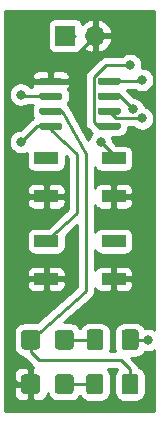
<source format=gbr>
%TF.GenerationSoftware,KiCad,Pcbnew,(5.1.6)-1*%
%TF.CreationDate,2020-08-29T13:30:18-04:00*%
%TF.ProjectId,555-timer-rev1-0,3535352d-7469-46d6-9572-2d726576312d,rev?*%
%TF.SameCoordinates,Original*%
%TF.FileFunction,Copper,L1,Top*%
%TF.FilePolarity,Positive*%
%FSLAX46Y46*%
G04 Gerber Fmt 4.6, Leading zero omitted, Abs format (unit mm)*
G04 Created by KiCad (PCBNEW (5.1.6)-1) date 2020-08-29 13:30:18*
%MOMM*%
%LPD*%
G01*
G04 APERTURE LIST*
%TA.AperFunction,SMDPad,CuDef*%
%ADD10R,2.000000X1.000000*%
%TD*%
%TA.AperFunction,ComponentPad*%
%ADD11R,1.700000X1.700000*%
%TD*%
%TA.AperFunction,ComponentPad*%
%ADD12O,1.700000X1.700000*%
%TD*%
%TA.AperFunction,ViaPad*%
%ADD13C,0.800000*%
%TD*%
%TA.AperFunction,Conductor*%
%ADD14C,0.250000*%
%TD*%
%TA.AperFunction,Conductor*%
%ADD15C,0.254000*%
%TD*%
G04 APERTURE END LIST*
%TO.P,U1,8*%
%TO.N,+5V*%
%TA.AperFunction,SMDPad,CuDef*%
G36*
G01*
X150250000Y-78995000D02*
X150250000Y-78695000D01*
G75*
G02*
X150400000Y-78545000I150000J0D01*
G01*
X152050000Y-78545000D01*
G75*
G02*
X152200000Y-78695000I0J-150000D01*
G01*
X152200000Y-78995000D01*
G75*
G02*
X152050000Y-79145000I-150000J0D01*
G01*
X150400000Y-79145000D01*
G75*
G02*
X150250000Y-78995000I0J150000D01*
G01*
G37*
%TD.AperFunction*%
%TO.P,U1,7*%
%TO.N,Net-(JP2-Pad1)*%
%TA.AperFunction,SMDPad,CuDef*%
G36*
G01*
X150250000Y-80265000D02*
X150250000Y-79965000D01*
G75*
G02*
X150400000Y-79815000I150000J0D01*
G01*
X152050000Y-79815000D01*
G75*
G02*
X152200000Y-79965000I0J-150000D01*
G01*
X152200000Y-80265000D01*
G75*
G02*
X152050000Y-80415000I-150000J0D01*
G01*
X150400000Y-80415000D01*
G75*
G02*
X150250000Y-80265000I0J150000D01*
G01*
G37*
%TD.AperFunction*%
%TO.P,U1,6*%
%TO.N,Net-(JP4-Pad1)*%
%TA.AperFunction,SMDPad,CuDef*%
G36*
G01*
X150250000Y-81535000D02*
X150250000Y-81235000D01*
G75*
G02*
X150400000Y-81085000I150000J0D01*
G01*
X152050000Y-81085000D01*
G75*
G02*
X152200000Y-81235000I0J-150000D01*
G01*
X152200000Y-81535000D01*
G75*
G02*
X152050000Y-81685000I-150000J0D01*
G01*
X150400000Y-81685000D01*
G75*
G02*
X150250000Y-81535000I0J150000D01*
G01*
G37*
%TD.AperFunction*%
%TO.P,U1,5*%
%TO.N,Net-(C1-Pad1)*%
%TA.AperFunction,SMDPad,CuDef*%
G36*
G01*
X150250000Y-82805000D02*
X150250000Y-82505000D01*
G75*
G02*
X150400000Y-82355000I150000J0D01*
G01*
X152050000Y-82355000D01*
G75*
G02*
X152200000Y-82505000I0J-150000D01*
G01*
X152200000Y-82805000D01*
G75*
G02*
X152050000Y-82955000I-150000J0D01*
G01*
X150400000Y-82955000D01*
G75*
G02*
X150250000Y-82805000I0J150000D01*
G01*
G37*
%TD.AperFunction*%
%TO.P,U1,4*%
%TO.N,Net-(R2-Pad2)*%
%TA.AperFunction,SMDPad,CuDef*%
G36*
G01*
X145300000Y-82805000D02*
X145300000Y-82505000D01*
G75*
G02*
X145450000Y-82355000I150000J0D01*
G01*
X147100000Y-82355000D01*
G75*
G02*
X147250000Y-82505000I0J-150000D01*
G01*
X147250000Y-82805000D01*
G75*
G02*
X147100000Y-82955000I-150000J0D01*
G01*
X145450000Y-82955000D01*
G75*
G02*
X145300000Y-82805000I0J150000D01*
G01*
G37*
%TD.AperFunction*%
%TO.P,U1,3*%
%TO.N,Net-(D1-Pad1)*%
%TA.AperFunction,SMDPad,CuDef*%
G36*
G01*
X145300000Y-81535000D02*
X145300000Y-81235000D01*
G75*
G02*
X145450000Y-81085000I150000J0D01*
G01*
X147100000Y-81085000D01*
G75*
G02*
X147250000Y-81235000I0J-150000D01*
G01*
X147250000Y-81535000D01*
G75*
G02*
X147100000Y-81685000I-150000J0D01*
G01*
X145450000Y-81685000D01*
G75*
G02*
X145300000Y-81535000I0J150000D01*
G01*
G37*
%TD.AperFunction*%
%TO.P,U1,2*%
%TO.N,/TRIGGER*%
%TA.AperFunction,SMDPad,CuDef*%
G36*
G01*
X145300000Y-80265000D02*
X145300000Y-79965000D01*
G75*
G02*
X145450000Y-79815000I150000J0D01*
G01*
X147100000Y-79815000D01*
G75*
G02*
X147250000Y-79965000I0J-150000D01*
G01*
X147250000Y-80265000D01*
G75*
G02*
X147100000Y-80415000I-150000J0D01*
G01*
X145450000Y-80415000D01*
G75*
G02*
X145300000Y-80265000I0J150000D01*
G01*
G37*
%TD.AperFunction*%
%TO.P,U1,1*%
%TO.N,GND*%
%TA.AperFunction,SMDPad,CuDef*%
G36*
G01*
X145300000Y-78995000D02*
X145300000Y-78695000D01*
G75*
G02*
X145450000Y-78545000I150000J0D01*
G01*
X147100000Y-78545000D01*
G75*
G02*
X147250000Y-78695000I0J-150000D01*
G01*
X147250000Y-78995000D01*
G75*
G02*
X147100000Y-79145000I-150000J0D01*
G01*
X145450000Y-79145000D01*
G75*
G02*
X145300000Y-78995000I0J150000D01*
G01*
G37*
%TD.AperFunction*%
%TD*%
D10*
%TO.P,SW2,2*%
%TO.N,Net-(R2-Pad2)*%
X145900000Y-92400000D03*
%TO.P,SW2,1*%
%TO.N,GND*%
X145900000Y-95600000D03*
X151600000Y-95600000D03*
%TO.P,SW2,2*%
%TO.N,Net-(R2-Pad2)*%
X151600000Y-92400000D03*
%TD*%
%TO.P,SW1,2*%
%TO.N,Net-(JP1-Pad1)*%
X145900000Y-85400000D03*
%TO.P,SW1,1*%
%TO.N,GND*%
X145900000Y-88600000D03*
X151600000Y-88600000D03*
%TO.P,SW1,2*%
%TO.N,Net-(JP1-Pad1)*%
X151600000Y-85400000D03*
%TD*%
%TO.P,R6,2*%
%TO.N,Net-(D1-Pad1)*%
%TA.AperFunction,SMDPad,CuDef*%
G36*
G01*
X152275000Y-105125000D02*
X152275000Y-103875000D01*
G75*
G02*
X152525000Y-103625000I250000J0D01*
G01*
X153450000Y-103625000D01*
G75*
G02*
X153700000Y-103875000I0J-250000D01*
G01*
X153700000Y-105125000D01*
G75*
G02*
X153450000Y-105375000I-250000J0D01*
G01*
X152525000Y-105375000D01*
G75*
G02*
X152275000Y-105125000I0J250000D01*
G01*
G37*
%TD.AperFunction*%
%TO.P,R6,1*%
%TO.N,Net-(D2-Pad2)*%
%TA.AperFunction,SMDPad,CuDef*%
G36*
G01*
X149300000Y-105125000D02*
X149300000Y-103875000D01*
G75*
G02*
X149550000Y-103625000I250000J0D01*
G01*
X150475000Y-103625000D01*
G75*
G02*
X150725000Y-103875000I0J-250000D01*
G01*
X150725000Y-105125000D01*
G75*
G02*
X150475000Y-105375000I-250000J0D01*
G01*
X149550000Y-105375000D01*
G75*
G02*
X149300000Y-105125000I0J250000D01*
G01*
G37*
%TD.AperFunction*%
%TD*%
%TO.P,R5,2*%
%TO.N,+5V*%
%TA.AperFunction,SMDPad,CuDef*%
G36*
G01*
X152287500Y-101375000D02*
X152287500Y-100125000D01*
G75*
G02*
X152537500Y-99875000I250000J0D01*
G01*
X153462500Y-99875000D01*
G75*
G02*
X153712500Y-100125000I0J-250000D01*
G01*
X153712500Y-101375000D01*
G75*
G02*
X153462500Y-101625000I-250000J0D01*
G01*
X152537500Y-101625000D01*
G75*
G02*
X152287500Y-101375000I0J250000D01*
G01*
G37*
%TD.AperFunction*%
%TO.P,R5,1*%
%TO.N,Net-(D1-Pad2)*%
%TA.AperFunction,SMDPad,CuDef*%
G36*
G01*
X149312500Y-101375000D02*
X149312500Y-100125000D01*
G75*
G02*
X149562500Y-99875000I250000J0D01*
G01*
X150487500Y-99875000D01*
G75*
G02*
X150737500Y-100125000I0J-250000D01*
G01*
X150737500Y-101375000D01*
G75*
G02*
X150487500Y-101625000I-250000J0D01*
G01*
X149562500Y-101625000D01*
G75*
G02*
X149312500Y-101375000I0J250000D01*
G01*
G37*
%TD.AperFunction*%
%TD*%
D11*
%TO.P,J1,1*%
%TO.N,+5V*%
X147500000Y-75000000D03*
D12*
%TO.P,J1,2*%
%TO.N,GND*%
X150040000Y-75000000D03*
%TD*%
%TO.P,D2,2*%
%TO.N,Net-(D2-Pad2)*%
%TA.AperFunction,SMDPad,CuDef*%
G36*
G01*
X146625000Y-105075000D02*
X146625000Y-103925000D01*
G75*
G02*
X146875000Y-103675000I250000J0D01*
G01*
X147975000Y-103675000D01*
G75*
G02*
X148225000Y-103925000I0J-250000D01*
G01*
X148225000Y-105075000D01*
G75*
G02*
X147975000Y-105325000I-250000J0D01*
G01*
X146875000Y-105325000D01*
G75*
G02*
X146625000Y-105075000I0J250000D01*
G01*
G37*
%TD.AperFunction*%
%TO.P,D2,1*%
%TO.N,GND*%
%TA.AperFunction,SMDPad,CuDef*%
G36*
G01*
X143775000Y-105075000D02*
X143775000Y-103925000D01*
G75*
G02*
X144025000Y-103675000I250000J0D01*
G01*
X145125000Y-103675000D01*
G75*
G02*
X145375000Y-103925000I0J-250000D01*
G01*
X145375000Y-105075000D01*
G75*
G02*
X145125000Y-105325000I-250000J0D01*
G01*
X144025000Y-105325000D01*
G75*
G02*
X143775000Y-105075000I0J250000D01*
G01*
G37*
%TD.AperFunction*%
%TD*%
%TO.P,D1,2*%
%TO.N,Net-(D1-Pad2)*%
%TA.AperFunction,SMDPad,CuDef*%
G36*
G01*
X146625000Y-101325000D02*
X146625000Y-100175000D01*
G75*
G02*
X146875000Y-99925000I250000J0D01*
G01*
X147975000Y-99925000D01*
G75*
G02*
X148225000Y-100175000I0J-250000D01*
G01*
X148225000Y-101325000D01*
G75*
G02*
X147975000Y-101575000I-250000J0D01*
G01*
X146875000Y-101575000D01*
G75*
G02*
X146625000Y-101325000I0J250000D01*
G01*
G37*
%TD.AperFunction*%
%TO.P,D1,1*%
%TO.N,Net-(D1-Pad1)*%
%TA.AperFunction,SMDPad,CuDef*%
G36*
G01*
X143775000Y-101325000D02*
X143775000Y-100175000D01*
G75*
G02*
X144025000Y-99925000I250000J0D01*
G01*
X145125000Y-99925000D01*
G75*
G02*
X145375000Y-100175000I0J-250000D01*
G01*
X145375000Y-101325000D01*
G75*
G02*
X145125000Y-101575000I-250000J0D01*
G01*
X144025000Y-101575000D01*
G75*
G02*
X143775000Y-101325000I0J250000D01*
G01*
G37*
%TD.AperFunction*%
%TD*%
D13*
%TO.N,GND*%
X143750000Y-97000000D03*
%TO.N,Net-(C1-Pad1)*%
X153000000Y-77500000D03*
%TO.N,/TRIGGER*%
X143750000Y-80000000D03*
%TO.N,+5V*%
X154500000Y-100750000D03*
X154000000Y-78750000D03*
%TO.N,Net-(JP1-Pad1)*%
X150500000Y-84000000D03*
%TO.N,Net-(R2-Pad2)*%
X143750000Y-84000000D03*
%TO.N,Net-(JP2-Pad1)*%
X153250000Y-81250000D03*
%TO.N,Net-(JP4-Pad1)*%
X154025000Y-82000000D03*
%TD*%
D14*
%TO.N,GND*%
X146180000Y-78750000D02*
X146275000Y-78845000D01*
X142750000Y-78750000D02*
X146180000Y-78750000D01*
X143500000Y-104500000D02*
X144575000Y-104500000D01*
X142750000Y-103750000D02*
X143500000Y-104500000D01*
X142750000Y-88500000D02*
X145800000Y-88500000D01*
X145800000Y-88500000D02*
X145900000Y-88600000D01*
X142750000Y-95500000D02*
X145800000Y-95500000D01*
X145800000Y-95500000D02*
X145900000Y-95600000D01*
X142750000Y-88500000D02*
X142750000Y-95500000D01*
X142762500Y-97737500D02*
X142750000Y-97750000D01*
X142750000Y-97750000D02*
X142750000Y-103750000D01*
X142750000Y-78750000D02*
X142750000Y-85000000D01*
X142750000Y-85000000D02*
X142750000Y-88500000D01*
X142750000Y-77000000D02*
X148040000Y-77000000D01*
X148040000Y-77000000D02*
X150040000Y-75000000D01*
X142750000Y-77000000D02*
X142750000Y-78750000D01*
X143750000Y-97000000D02*
X142750000Y-97000000D01*
X142750000Y-95500000D02*
X142750000Y-97000000D01*
X142750000Y-97000000D02*
X142750000Y-97750000D01*
%TO.N,Net-(C1-Pad1)*%
X149924990Y-82329990D02*
X149924990Y-78498242D01*
X150250000Y-82655000D02*
X149924990Y-82329990D01*
X151225000Y-82655000D02*
X150250000Y-82655000D01*
X149924990Y-78498242D02*
X150923232Y-77500000D01*
X150923232Y-77500000D02*
X153000000Y-77500000D01*
%TO.N,/TRIGGER*%
X146275000Y-80115000D02*
X143865000Y-80115000D01*
X143865000Y-80115000D02*
X143750000Y-80000000D01*
%TO.N,Net-(D1-Pad2)*%
X150025000Y-100750000D02*
X147425000Y-100750000D01*
%TO.N,Net-(D1-Pad1)*%
X144575000Y-100750000D02*
X144575000Y-101825000D01*
X144575000Y-101825000D02*
X145250000Y-102500000D01*
X145250000Y-102500000D02*
X152250000Y-102500000D01*
X152987500Y-103237500D02*
X152987500Y-104500000D01*
X152250000Y-102500000D02*
X152987500Y-103237500D01*
X149250000Y-96624990D02*
X144575000Y-100750000D01*
X149250000Y-85000000D02*
X149250000Y-96624990D01*
X146275000Y-81385000D02*
X147250000Y-81385000D01*
X147250000Y-81385000D02*
X149250000Y-85000000D01*
%TO.N,Net-(D2-Pad2)*%
X150012500Y-104500000D02*
X147425000Y-104500000D01*
%TO.N,+5V*%
X151320000Y-78750000D02*
X151225000Y-78845000D01*
X147500000Y-75000000D02*
X148300998Y-75000000D01*
X153000000Y-100750000D02*
X154500000Y-100750000D01*
X151225000Y-78845000D02*
X153905000Y-78845000D01*
X153905000Y-78845000D02*
X154000000Y-78750000D01*
%TO.N,Net-(JP1-Pad1)*%
X151600000Y-85400000D02*
X151600000Y-85100000D01*
X151600000Y-85100000D02*
X150500000Y-84000000D01*
%TO.N,Net-(R2-Pad2)*%
X148500000Y-85000000D02*
X148500000Y-90000000D01*
X148500000Y-90000000D02*
X145900000Y-92400000D01*
X146275000Y-82655000D02*
X146275000Y-83025000D01*
X146275000Y-83025000D02*
X148500000Y-85000000D01*
X146275000Y-82655000D02*
X145095000Y-82655000D01*
X145095000Y-82655000D02*
X143750000Y-84000000D01*
%TO.N,Net-(JP2-Pad1)*%
X151225000Y-80115000D02*
X152115000Y-80115000D01*
X152115000Y-80115000D02*
X153250000Y-81250000D01*
%TO.N,Net-(JP4-Pad1)*%
X151225000Y-81385000D02*
X151840000Y-82000000D01*
X151840000Y-82000000D02*
X154025000Y-82000000D01*
%TD*%
D15*
%TO.N,GND*%
G36*
X155065001Y-99882738D02*
G01*
X154990256Y-99832795D01*
X154801898Y-99754774D01*
X154601939Y-99715000D01*
X154398061Y-99715000D01*
X154260140Y-99742434D01*
X154200905Y-99631614D01*
X154090462Y-99497038D01*
X153955886Y-99386595D01*
X153802350Y-99304528D01*
X153635754Y-99253992D01*
X153462500Y-99236928D01*
X152537500Y-99236928D01*
X152364246Y-99253992D01*
X152197650Y-99304528D01*
X152044114Y-99386595D01*
X151909538Y-99497038D01*
X151799095Y-99631614D01*
X151717028Y-99785150D01*
X151666492Y-99951746D01*
X151649428Y-100125000D01*
X151649428Y-101375000D01*
X151666492Y-101548254D01*
X151717028Y-101714850D01*
X151730471Y-101740000D01*
X151294529Y-101740000D01*
X151307972Y-101714850D01*
X151358508Y-101548254D01*
X151375572Y-101375000D01*
X151375572Y-100125000D01*
X151358508Y-99951746D01*
X151307972Y-99785150D01*
X151225905Y-99631614D01*
X151115462Y-99497038D01*
X150980886Y-99386595D01*
X150827350Y-99304528D01*
X150660754Y-99253992D01*
X150487500Y-99236928D01*
X149562500Y-99236928D01*
X149389246Y-99253992D01*
X149222650Y-99304528D01*
X149069114Y-99386595D01*
X148934538Y-99497038D01*
X148824095Y-99631614D01*
X148755387Y-99760157D01*
X148713405Y-99681614D01*
X148602962Y-99547038D01*
X148468386Y-99436595D01*
X148314850Y-99354528D01*
X148148254Y-99303992D01*
X147975000Y-99286928D01*
X147381835Y-99286928D01*
X149742647Y-97203853D01*
X149790001Y-97164991D01*
X149822437Y-97125468D01*
X149857272Y-97088048D01*
X149869823Y-97067728D01*
X149884974Y-97049266D01*
X149909075Y-97004176D01*
X149935942Y-96960678D01*
X149944286Y-96938302D01*
X149955546Y-96917237D01*
X149970389Y-96868306D01*
X149988251Y-96820407D01*
X149992070Y-96796833D01*
X149999003Y-96773976D01*
X150004015Y-96723087D01*
X150012189Y-96672626D01*
X150010000Y-96611434D01*
X150010000Y-96342538D01*
X150010498Y-96344180D01*
X150069463Y-96454494D01*
X150148815Y-96551185D01*
X150245506Y-96630537D01*
X150355820Y-96689502D01*
X150475518Y-96725812D01*
X150600000Y-96738072D01*
X151314250Y-96735000D01*
X151473000Y-96576250D01*
X151473000Y-95727000D01*
X151727000Y-95727000D01*
X151727000Y-96576250D01*
X151885750Y-96735000D01*
X152600000Y-96738072D01*
X152724482Y-96725812D01*
X152844180Y-96689502D01*
X152954494Y-96630537D01*
X153051185Y-96551185D01*
X153130537Y-96454494D01*
X153189502Y-96344180D01*
X153225812Y-96224482D01*
X153238072Y-96100000D01*
X153235000Y-95885750D01*
X153076250Y-95727000D01*
X151727000Y-95727000D01*
X151473000Y-95727000D01*
X151453000Y-95727000D01*
X151453000Y-95473000D01*
X151473000Y-95473000D01*
X151473000Y-94623750D01*
X151727000Y-94623750D01*
X151727000Y-95473000D01*
X153076250Y-95473000D01*
X153235000Y-95314250D01*
X153238072Y-95100000D01*
X153225812Y-94975518D01*
X153189502Y-94855820D01*
X153130537Y-94745506D01*
X153051185Y-94648815D01*
X152954494Y-94569463D01*
X152844180Y-94510498D01*
X152724482Y-94474188D01*
X152600000Y-94461928D01*
X151885750Y-94465000D01*
X151727000Y-94623750D01*
X151473000Y-94623750D01*
X151314250Y-94465000D01*
X150600000Y-94461928D01*
X150475518Y-94474188D01*
X150355820Y-94510498D01*
X150245506Y-94569463D01*
X150148815Y-94648815D01*
X150069463Y-94745506D01*
X150010498Y-94855820D01*
X150010000Y-94857462D01*
X150010000Y-93142538D01*
X150010498Y-93144180D01*
X150069463Y-93254494D01*
X150148815Y-93351185D01*
X150245506Y-93430537D01*
X150355820Y-93489502D01*
X150475518Y-93525812D01*
X150600000Y-93538072D01*
X152600000Y-93538072D01*
X152724482Y-93525812D01*
X152844180Y-93489502D01*
X152954494Y-93430537D01*
X153051185Y-93351185D01*
X153130537Y-93254494D01*
X153189502Y-93144180D01*
X153225812Y-93024482D01*
X153238072Y-92900000D01*
X153238072Y-91900000D01*
X153225812Y-91775518D01*
X153189502Y-91655820D01*
X153130537Y-91545506D01*
X153051185Y-91448815D01*
X152954494Y-91369463D01*
X152844180Y-91310498D01*
X152724482Y-91274188D01*
X152600000Y-91261928D01*
X150600000Y-91261928D01*
X150475518Y-91274188D01*
X150355820Y-91310498D01*
X150245506Y-91369463D01*
X150148815Y-91448815D01*
X150069463Y-91545506D01*
X150010498Y-91655820D01*
X150010000Y-91657462D01*
X150010000Y-89342538D01*
X150010498Y-89344180D01*
X150069463Y-89454494D01*
X150148815Y-89551185D01*
X150245506Y-89630537D01*
X150355820Y-89689502D01*
X150475518Y-89725812D01*
X150600000Y-89738072D01*
X151314250Y-89735000D01*
X151473000Y-89576250D01*
X151473000Y-88727000D01*
X151727000Y-88727000D01*
X151727000Y-89576250D01*
X151885750Y-89735000D01*
X152600000Y-89738072D01*
X152724482Y-89725812D01*
X152844180Y-89689502D01*
X152954494Y-89630537D01*
X153051185Y-89551185D01*
X153130537Y-89454494D01*
X153189502Y-89344180D01*
X153225812Y-89224482D01*
X153238072Y-89100000D01*
X153235000Y-88885750D01*
X153076250Y-88727000D01*
X151727000Y-88727000D01*
X151473000Y-88727000D01*
X151453000Y-88727000D01*
X151453000Y-88473000D01*
X151473000Y-88473000D01*
X151473000Y-87623750D01*
X151727000Y-87623750D01*
X151727000Y-88473000D01*
X153076250Y-88473000D01*
X153235000Y-88314250D01*
X153238072Y-88100000D01*
X153225812Y-87975518D01*
X153189502Y-87855820D01*
X153130537Y-87745506D01*
X153051185Y-87648815D01*
X152954494Y-87569463D01*
X152844180Y-87510498D01*
X152724482Y-87474188D01*
X152600000Y-87461928D01*
X151885750Y-87465000D01*
X151727000Y-87623750D01*
X151473000Y-87623750D01*
X151314250Y-87465000D01*
X150600000Y-87461928D01*
X150475518Y-87474188D01*
X150355820Y-87510498D01*
X150245506Y-87569463D01*
X150148815Y-87648815D01*
X150069463Y-87745506D01*
X150010498Y-87855820D01*
X150010000Y-87857462D01*
X150010000Y-86142538D01*
X150010498Y-86144180D01*
X150069463Y-86254494D01*
X150148815Y-86351185D01*
X150245506Y-86430537D01*
X150355820Y-86489502D01*
X150475518Y-86525812D01*
X150600000Y-86538072D01*
X152600000Y-86538072D01*
X152724482Y-86525812D01*
X152844180Y-86489502D01*
X152954494Y-86430537D01*
X153051185Y-86351185D01*
X153130537Y-86254494D01*
X153189502Y-86144180D01*
X153225812Y-86024482D01*
X153238072Y-85900000D01*
X153238072Y-84900000D01*
X153225812Y-84775518D01*
X153189502Y-84655820D01*
X153130537Y-84545506D01*
X153051185Y-84448815D01*
X152954494Y-84369463D01*
X152844180Y-84310498D01*
X152724482Y-84274188D01*
X152600000Y-84261928D01*
X151836730Y-84261928D01*
X151535000Y-83960199D01*
X151535000Y-83898061D01*
X151495226Y-83698102D01*
X151451721Y-83593072D01*
X152050000Y-83593072D01*
X152203745Y-83577929D01*
X152351582Y-83533084D01*
X152487829Y-83460258D01*
X152607251Y-83362251D01*
X152705258Y-83242829D01*
X152778084Y-83106582D01*
X152822929Y-82958745D01*
X152838072Y-82805000D01*
X152838072Y-82760000D01*
X153321289Y-82760000D01*
X153365226Y-82803937D01*
X153534744Y-82917205D01*
X153723102Y-82995226D01*
X153923061Y-83035000D01*
X154126939Y-83035000D01*
X154326898Y-82995226D01*
X154515256Y-82917205D01*
X154684774Y-82803937D01*
X154828937Y-82659774D01*
X154942205Y-82490256D01*
X155020226Y-82301898D01*
X155060000Y-82101939D01*
X155060000Y-81898061D01*
X155020226Y-81698102D01*
X154942205Y-81509744D01*
X154828937Y-81340226D01*
X154684774Y-81196063D01*
X154515256Y-81082795D01*
X154326898Y-81004774D01*
X154253599Y-80990194D01*
X154245226Y-80948102D01*
X154167205Y-80759744D01*
X154053937Y-80590226D01*
X153909774Y-80446063D01*
X153740256Y-80332795D01*
X153551898Y-80254774D01*
X153351939Y-80215000D01*
X153289802Y-80215000D01*
X152795442Y-79720641D01*
X152778084Y-79663418D01*
X152746859Y-79605000D01*
X153416647Y-79605000D01*
X153509744Y-79667205D01*
X153698102Y-79745226D01*
X153898061Y-79785000D01*
X154101939Y-79785000D01*
X154301898Y-79745226D01*
X154490256Y-79667205D01*
X154659774Y-79553937D01*
X154803937Y-79409774D01*
X154917205Y-79240256D01*
X154995226Y-79051898D01*
X155035000Y-78851939D01*
X155035000Y-78648061D01*
X154995226Y-78448102D01*
X154917205Y-78259744D01*
X154803937Y-78090226D01*
X154659774Y-77946063D01*
X154490256Y-77832795D01*
X154301898Y-77754774D01*
X154101939Y-77715000D01*
X154012511Y-77715000D01*
X154035000Y-77601939D01*
X154035000Y-77398061D01*
X153995226Y-77198102D01*
X153917205Y-77009744D01*
X153803937Y-76840226D01*
X153659774Y-76696063D01*
X153490256Y-76582795D01*
X153301898Y-76504774D01*
X153101939Y-76465000D01*
X152898061Y-76465000D01*
X152698102Y-76504774D01*
X152509744Y-76582795D01*
X152340226Y-76696063D01*
X152296289Y-76740000D01*
X150960554Y-76740000D01*
X150923231Y-76736324D01*
X150885908Y-76740000D01*
X150885899Y-76740000D01*
X150774246Y-76750997D01*
X150630985Y-76794454D01*
X150498956Y-76865026D01*
X150498954Y-76865027D01*
X150498955Y-76865027D01*
X150412228Y-76936201D01*
X150412224Y-76936205D01*
X150383231Y-76959999D01*
X150359437Y-76988992D01*
X149413988Y-77934443D01*
X149384990Y-77958241D01*
X149361192Y-77987239D01*
X149361191Y-77987240D01*
X149290016Y-78073966D01*
X149219444Y-78205996D01*
X149203063Y-78260000D01*
X149180617Y-78333998D01*
X149175988Y-78349257D01*
X149161314Y-78498242D01*
X149164991Y-78535574D01*
X149164990Y-82292667D01*
X149161314Y-82329990D01*
X149164990Y-82367312D01*
X149164990Y-82367322D01*
X149175987Y-82478975D01*
X149194499Y-82540001D01*
X149219444Y-82622236D01*
X149290016Y-82754266D01*
X149297739Y-82763676D01*
X149384989Y-82869991D01*
X149413993Y-82893794D01*
X149686196Y-83165997D01*
X149709999Y-83195001D01*
X149726350Y-83208420D01*
X149744742Y-83242829D01*
X149766702Y-83269587D01*
X149696063Y-83340226D01*
X149582795Y-83509744D01*
X149504774Y-83698102D01*
X149476612Y-83839681D01*
X147917681Y-81021913D01*
X147884974Y-80960724D01*
X147857676Y-80927462D01*
X147833262Y-80892043D01*
X147810308Y-80869743D01*
X147790001Y-80844999D01*
X147773650Y-80831580D01*
X147755258Y-80797171D01*
X147716546Y-80750000D01*
X147755258Y-80702829D01*
X147828084Y-80566582D01*
X147872929Y-80418745D01*
X147888072Y-80265000D01*
X147888072Y-79965000D01*
X147872929Y-79811255D01*
X147828084Y-79663418D01*
X147756270Y-79529064D01*
X147780537Y-79499494D01*
X147839502Y-79389180D01*
X147875812Y-79269482D01*
X147888072Y-79145000D01*
X147885000Y-79130750D01*
X147726250Y-78972000D01*
X146402000Y-78972000D01*
X146402000Y-78992000D01*
X146148000Y-78992000D01*
X146148000Y-78972000D01*
X144823750Y-78972000D01*
X144665000Y-79130750D01*
X144661928Y-79145000D01*
X144674188Y-79269482D01*
X144700130Y-79355000D01*
X144563809Y-79355000D01*
X144553937Y-79340226D01*
X144409774Y-79196063D01*
X144240256Y-79082795D01*
X144051898Y-79004774D01*
X143851939Y-78965000D01*
X143648061Y-78965000D01*
X143448102Y-79004774D01*
X143259744Y-79082795D01*
X143090226Y-79196063D01*
X142946063Y-79340226D01*
X142832795Y-79509744D01*
X142754774Y-79698102D01*
X142715000Y-79898061D01*
X142715000Y-80101939D01*
X142754774Y-80301898D01*
X142832795Y-80490256D01*
X142946063Y-80659774D01*
X143090226Y-80803937D01*
X143259744Y-80917205D01*
X143448102Y-80995226D01*
X143648061Y-81035000D01*
X143851939Y-81035000D01*
X144051898Y-80995226D01*
X144240256Y-80917205D01*
X144303420Y-80875000D01*
X144753141Y-80875000D01*
X144721916Y-80933418D01*
X144677071Y-81081255D01*
X144661928Y-81235000D01*
X144661928Y-81535000D01*
X144677071Y-81688745D01*
X144721916Y-81836582D01*
X144786804Y-81957979D01*
X144670724Y-82020026D01*
X144554999Y-82114999D01*
X144531201Y-82143997D01*
X143710199Y-82965000D01*
X143648061Y-82965000D01*
X143448102Y-83004774D01*
X143259744Y-83082795D01*
X143090226Y-83196063D01*
X142946063Y-83340226D01*
X142832795Y-83509744D01*
X142754774Y-83698102D01*
X142715000Y-83898061D01*
X142715000Y-84101939D01*
X142754774Y-84301898D01*
X142832795Y-84490256D01*
X142946063Y-84659774D01*
X143090226Y-84803937D01*
X143259744Y-84917205D01*
X143448102Y-84995226D01*
X143648061Y-85035000D01*
X143851939Y-85035000D01*
X144051898Y-84995226D01*
X144240256Y-84917205D01*
X144261928Y-84902724D01*
X144261928Y-85900000D01*
X144274188Y-86024482D01*
X144310498Y-86144180D01*
X144369463Y-86254494D01*
X144448815Y-86351185D01*
X144545506Y-86430537D01*
X144655820Y-86489502D01*
X144775518Y-86525812D01*
X144900000Y-86538072D01*
X146900000Y-86538072D01*
X147024482Y-86525812D01*
X147144180Y-86489502D01*
X147254494Y-86430537D01*
X147351185Y-86351185D01*
X147430537Y-86254494D01*
X147489502Y-86144180D01*
X147525812Y-86024482D01*
X147538072Y-85900000D01*
X147538072Y-85162369D01*
X147740000Y-85341609D01*
X147740001Y-89667248D01*
X146012431Y-91261928D01*
X144900000Y-91261928D01*
X144775518Y-91274188D01*
X144655820Y-91310498D01*
X144545506Y-91369463D01*
X144448815Y-91448815D01*
X144369463Y-91545506D01*
X144310498Y-91655820D01*
X144274188Y-91775518D01*
X144261928Y-91900000D01*
X144261928Y-92900000D01*
X144274188Y-93024482D01*
X144310498Y-93144180D01*
X144369463Y-93254494D01*
X144448815Y-93351185D01*
X144545506Y-93430537D01*
X144655820Y-93489502D01*
X144775518Y-93525812D01*
X144900000Y-93538072D01*
X146900000Y-93538072D01*
X147024482Y-93525812D01*
X147144180Y-93489502D01*
X147254494Y-93430537D01*
X147351185Y-93351185D01*
X147430537Y-93254494D01*
X147489502Y-93144180D01*
X147525812Y-93024482D01*
X147538072Y-92900000D01*
X147538072Y-91922223D01*
X148490001Y-91043520D01*
X148490001Y-96282026D01*
X145084454Y-99286928D01*
X144025000Y-99286928D01*
X143851746Y-99303992D01*
X143685150Y-99354528D01*
X143531614Y-99436595D01*
X143397038Y-99547038D01*
X143286595Y-99681614D01*
X143204528Y-99835150D01*
X143153992Y-100001746D01*
X143136928Y-100175000D01*
X143136928Y-101325000D01*
X143153992Y-101498254D01*
X143204528Y-101664850D01*
X143286595Y-101818386D01*
X143397038Y-101952962D01*
X143531614Y-102063405D01*
X143685150Y-102145472D01*
X143851746Y-102196008D01*
X143914877Y-102202226D01*
X143940026Y-102249276D01*
X144011201Y-102336002D01*
X144035000Y-102365001D01*
X144063998Y-102388799D01*
X144686200Y-103011002D01*
X144709999Y-103040001D01*
X144738997Y-103063799D01*
X144792798Y-103107952D01*
X144702000Y-103198750D01*
X144702000Y-104373000D01*
X144722000Y-104373000D01*
X144722000Y-104627000D01*
X144702000Y-104627000D01*
X144702000Y-105801250D01*
X144860750Y-105960000D01*
X145375000Y-105963072D01*
X145499482Y-105950812D01*
X145619180Y-105914502D01*
X145729494Y-105855537D01*
X145826185Y-105776185D01*
X145905537Y-105679494D01*
X145964502Y-105569180D01*
X146000812Y-105449482D01*
X146013072Y-105325000D01*
X146012800Y-105277291D01*
X146054528Y-105414850D01*
X146136595Y-105568386D01*
X146247038Y-105702962D01*
X146381614Y-105813405D01*
X146535150Y-105895472D01*
X146701746Y-105946008D01*
X146875000Y-105963072D01*
X147975000Y-105963072D01*
X148148254Y-105946008D01*
X148314850Y-105895472D01*
X148468386Y-105813405D01*
X148602962Y-105702962D01*
X148713405Y-105568386D01*
X148749137Y-105501536D01*
X148811595Y-105618386D01*
X148922038Y-105752962D01*
X149056614Y-105863405D01*
X149210150Y-105945472D01*
X149376746Y-105996008D01*
X149550000Y-106013072D01*
X150475000Y-106013072D01*
X150648254Y-105996008D01*
X150814850Y-105945472D01*
X150968386Y-105863405D01*
X151102962Y-105752962D01*
X151213405Y-105618386D01*
X151295472Y-105464850D01*
X151346008Y-105298254D01*
X151363072Y-105125000D01*
X151363072Y-103875000D01*
X151346008Y-103701746D01*
X151295472Y-103535150D01*
X151213405Y-103381614D01*
X151113600Y-103260000D01*
X151886400Y-103260000D01*
X151786595Y-103381614D01*
X151704528Y-103535150D01*
X151653992Y-103701746D01*
X151636928Y-103875000D01*
X151636928Y-105125000D01*
X151653992Y-105298254D01*
X151704528Y-105464850D01*
X151786595Y-105618386D01*
X151897038Y-105752962D01*
X152031614Y-105863405D01*
X152185150Y-105945472D01*
X152351746Y-105996008D01*
X152525000Y-106013072D01*
X153450000Y-106013072D01*
X153623254Y-105996008D01*
X153789850Y-105945472D01*
X153943386Y-105863405D01*
X154077962Y-105752962D01*
X154188405Y-105618386D01*
X154270472Y-105464850D01*
X154321008Y-105298254D01*
X154338072Y-105125000D01*
X154338072Y-103875000D01*
X154321008Y-103701746D01*
X154270472Y-103535150D01*
X154188405Y-103381614D01*
X154077962Y-103247038D01*
X153943386Y-103136595D01*
X153789850Y-103054528D01*
X153719743Y-103033261D01*
X153693046Y-102945253D01*
X153622474Y-102813224D01*
X153551299Y-102726497D01*
X153527501Y-102697499D01*
X153498504Y-102673702D01*
X153087873Y-102263072D01*
X153462500Y-102263072D01*
X153635754Y-102246008D01*
X153802350Y-102195472D01*
X153955886Y-102113405D01*
X154090462Y-102002962D01*
X154200905Y-101868386D01*
X154260140Y-101757566D01*
X154398061Y-101785000D01*
X154601939Y-101785000D01*
X154801898Y-101745226D01*
X154990256Y-101667205D01*
X155065001Y-101617262D01*
X155065001Y-106815000D01*
X142435000Y-106815000D01*
X142435000Y-105325000D01*
X143136928Y-105325000D01*
X143149188Y-105449482D01*
X143185498Y-105569180D01*
X143244463Y-105679494D01*
X143323815Y-105776185D01*
X143420506Y-105855537D01*
X143530820Y-105914502D01*
X143650518Y-105950812D01*
X143775000Y-105963072D01*
X144289250Y-105960000D01*
X144448000Y-105801250D01*
X144448000Y-104627000D01*
X143298750Y-104627000D01*
X143140000Y-104785750D01*
X143136928Y-105325000D01*
X142435000Y-105325000D01*
X142435000Y-103675000D01*
X143136928Y-103675000D01*
X143140000Y-104214250D01*
X143298750Y-104373000D01*
X144448000Y-104373000D01*
X144448000Y-103198750D01*
X144289250Y-103040000D01*
X143775000Y-103036928D01*
X143650518Y-103049188D01*
X143530820Y-103085498D01*
X143420506Y-103144463D01*
X143323815Y-103223815D01*
X143244463Y-103320506D01*
X143185498Y-103430820D01*
X143149188Y-103550518D01*
X143136928Y-103675000D01*
X142435000Y-103675000D01*
X142435000Y-96100000D01*
X144261928Y-96100000D01*
X144274188Y-96224482D01*
X144310498Y-96344180D01*
X144369463Y-96454494D01*
X144448815Y-96551185D01*
X144545506Y-96630537D01*
X144655820Y-96689502D01*
X144775518Y-96725812D01*
X144900000Y-96738072D01*
X145614250Y-96735000D01*
X145773000Y-96576250D01*
X145773000Y-95727000D01*
X146027000Y-95727000D01*
X146027000Y-96576250D01*
X146185750Y-96735000D01*
X146900000Y-96738072D01*
X147024482Y-96725812D01*
X147144180Y-96689502D01*
X147254494Y-96630537D01*
X147351185Y-96551185D01*
X147430537Y-96454494D01*
X147489502Y-96344180D01*
X147525812Y-96224482D01*
X147538072Y-96100000D01*
X147535000Y-95885750D01*
X147376250Y-95727000D01*
X146027000Y-95727000D01*
X145773000Y-95727000D01*
X144423750Y-95727000D01*
X144265000Y-95885750D01*
X144261928Y-96100000D01*
X142435000Y-96100000D01*
X142435000Y-95100000D01*
X144261928Y-95100000D01*
X144265000Y-95314250D01*
X144423750Y-95473000D01*
X145773000Y-95473000D01*
X145773000Y-94623750D01*
X146027000Y-94623750D01*
X146027000Y-95473000D01*
X147376250Y-95473000D01*
X147535000Y-95314250D01*
X147538072Y-95100000D01*
X147525812Y-94975518D01*
X147489502Y-94855820D01*
X147430537Y-94745506D01*
X147351185Y-94648815D01*
X147254494Y-94569463D01*
X147144180Y-94510498D01*
X147024482Y-94474188D01*
X146900000Y-94461928D01*
X146185750Y-94465000D01*
X146027000Y-94623750D01*
X145773000Y-94623750D01*
X145614250Y-94465000D01*
X144900000Y-94461928D01*
X144775518Y-94474188D01*
X144655820Y-94510498D01*
X144545506Y-94569463D01*
X144448815Y-94648815D01*
X144369463Y-94745506D01*
X144310498Y-94855820D01*
X144274188Y-94975518D01*
X144261928Y-95100000D01*
X142435000Y-95100000D01*
X142435000Y-89100000D01*
X144261928Y-89100000D01*
X144274188Y-89224482D01*
X144310498Y-89344180D01*
X144369463Y-89454494D01*
X144448815Y-89551185D01*
X144545506Y-89630537D01*
X144655820Y-89689502D01*
X144775518Y-89725812D01*
X144900000Y-89738072D01*
X145614250Y-89735000D01*
X145773000Y-89576250D01*
X145773000Y-88727000D01*
X146027000Y-88727000D01*
X146027000Y-89576250D01*
X146185750Y-89735000D01*
X146900000Y-89738072D01*
X147024482Y-89725812D01*
X147144180Y-89689502D01*
X147254494Y-89630537D01*
X147351185Y-89551185D01*
X147430537Y-89454494D01*
X147489502Y-89344180D01*
X147525812Y-89224482D01*
X147538072Y-89100000D01*
X147535000Y-88885750D01*
X147376250Y-88727000D01*
X146027000Y-88727000D01*
X145773000Y-88727000D01*
X144423750Y-88727000D01*
X144265000Y-88885750D01*
X144261928Y-89100000D01*
X142435000Y-89100000D01*
X142435000Y-88100000D01*
X144261928Y-88100000D01*
X144265000Y-88314250D01*
X144423750Y-88473000D01*
X145773000Y-88473000D01*
X145773000Y-87623750D01*
X146027000Y-87623750D01*
X146027000Y-88473000D01*
X147376250Y-88473000D01*
X147535000Y-88314250D01*
X147538072Y-88100000D01*
X147525812Y-87975518D01*
X147489502Y-87855820D01*
X147430537Y-87745506D01*
X147351185Y-87648815D01*
X147254494Y-87569463D01*
X147144180Y-87510498D01*
X147024482Y-87474188D01*
X146900000Y-87461928D01*
X146185750Y-87465000D01*
X146027000Y-87623750D01*
X145773000Y-87623750D01*
X145614250Y-87465000D01*
X144900000Y-87461928D01*
X144775518Y-87474188D01*
X144655820Y-87510498D01*
X144545506Y-87569463D01*
X144448815Y-87648815D01*
X144369463Y-87745506D01*
X144310498Y-87855820D01*
X144274188Y-87975518D01*
X144261928Y-88100000D01*
X142435000Y-88100000D01*
X142435000Y-78545000D01*
X144661928Y-78545000D01*
X144665000Y-78559250D01*
X144823750Y-78718000D01*
X146148000Y-78718000D01*
X146148000Y-78068750D01*
X146402000Y-78068750D01*
X146402000Y-78718000D01*
X147726250Y-78718000D01*
X147885000Y-78559250D01*
X147888072Y-78545000D01*
X147875812Y-78420518D01*
X147839502Y-78300820D01*
X147780537Y-78190506D01*
X147701185Y-78093815D01*
X147604494Y-78014463D01*
X147494180Y-77955498D01*
X147374482Y-77919188D01*
X147250000Y-77906928D01*
X146560750Y-77910000D01*
X146402000Y-78068750D01*
X146148000Y-78068750D01*
X145989250Y-77910000D01*
X145300000Y-77906928D01*
X145175518Y-77919188D01*
X145055820Y-77955498D01*
X144945506Y-78014463D01*
X144848815Y-78093815D01*
X144769463Y-78190506D01*
X144710498Y-78300820D01*
X144674188Y-78420518D01*
X144661928Y-78545000D01*
X142435000Y-78545000D01*
X142435000Y-74150000D01*
X146011928Y-74150000D01*
X146011928Y-75850000D01*
X146024188Y-75974482D01*
X146060498Y-76094180D01*
X146119463Y-76204494D01*
X146198815Y-76301185D01*
X146295506Y-76380537D01*
X146405820Y-76439502D01*
X146525518Y-76475812D01*
X146650000Y-76488072D01*
X148350000Y-76488072D01*
X148474482Y-76475812D01*
X148594180Y-76439502D01*
X148704494Y-76380537D01*
X148801185Y-76301185D01*
X148880537Y-76204494D01*
X148939502Y-76094180D01*
X148963966Y-76013534D01*
X149039731Y-76097588D01*
X149273080Y-76271641D01*
X149535901Y-76396825D01*
X149683110Y-76441476D01*
X149913000Y-76320155D01*
X149913000Y-75127000D01*
X150167000Y-75127000D01*
X150167000Y-76320155D01*
X150396890Y-76441476D01*
X150544099Y-76396825D01*
X150806920Y-76271641D01*
X151040269Y-76097588D01*
X151235178Y-75881355D01*
X151384157Y-75631252D01*
X151481481Y-75356891D01*
X151360814Y-75127000D01*
X150167000Y-75127000D01*
X149913000Y-75127000D01*
X149893000Y-75127000D01*
X149893000Y-74873000D01*
X149913000Y-74873000D01*
X149913000Y-73679845D01*
X150167000Y-73679845D01*
X150167000Y-74873000D01*
X151360814Y-74873000D01*
X151481481Y-74643109D01*
X151384157Y-74368748D01*
X151235178Y-74118645D01*
X151040269Y-73902412D01*
X150806920Y-73728359D01*
X150544099Y-73603175D01*
X150396890Y-73558524D01*
X150167000Y-73679845D01*
X149913000Y-73679845D01*
X149683110Y-73558524D01*
X149535901Y-73603175D01*
X149273080Y-73728359D01*
X149039731Y-73902412D01*
X148963966Y-73986466D01*
X148939502Y-73905820D01*
X148880537Y-73795506D01*
X148801185Y-73698815D01*
X148704494Y-73619463D01*
X148594180Y-73560498D01*
X148474482Y-73524188D01*
X148350000Y-73511928D01*
X146650000Y-73511928D01*
X146525518Y-73524188D01*
X146405820Y-73560498D01*
X146295506Y-73619463D01*
X146198815Y-73698815D01*
X146119463Y-73795506D01*
X146060498Y-73905820D01*
X146024188Y-74025518D01*
X146011928Y-74150000D01*
X142435000Y-74150000D01*
X142435000Y-72935000D01*
X155065000Y-72935000D01*
X155065001Y-99882738D01*
G37*
X155065001Y-99882738D02*
X154990256Y-99832795D01*
X154801898Y-99754774D01*
X154601939Y-99715000D01*
X154398061Y-99715000D01*
X154260140Y-99742434D01*
X154200905Y-99631614D01*
X154090462Y-99497038D01*
X153955886Y-99386595D01*
X153802350Y-99304528D01*
X153635754Y-99253992D01*
X153462500Y-99236928D01*
X152537500Y-99236928D01*
X152364246Y-99253992D01*
X152197650Y-99304528D01*
X152044114Y-99386595D01*
X151909538Y-99497038D01*
X151799095Y-99631614D01*
X151717028Y-99785150D01*
X151666492Y-99951746D01*
X151649428Y-100125000D01*
X151649428Y-101375000D01*
X151666492Y-101548254D01*
X151717028Y-101714850D01*
X151730471Y-101740000D01*
X151294529Y-101740000D01*
X151307972Y-101714850D01*
X151358508Y-101548254D01*
X151375572Y-101375000D01*
X151375572Y-100125000D01*
X151358508Y-99951746D01*
X151307972Y-99785150D01*
X151225905Y-99631614D01*
X151115462Y-99497038D01*
X150980886Y-99386595D01*
X150827350Y-99304528D01*
X150660754Y-99253992D01*
X150487500Y-99236928D01*
X149562500Y-99236928D01*
X149389246Y-99253992D01*
X149222650Y-99304528D01*
X149069114Y-99386595D01*
X148934538Y-99497038D01*
X148824095Y-99631614D01*
X148755387Y-99760157D01*
X148713405Y-99681614D01*
X148602962Y-99547038D01*
X148468386Y-99436595D01*
X148314850Y-99354528D01*
X148148254Y-99303992D01*
X147975000Y-99286928D01*
X147381835Y-99286928D01*
X149742647Y-97203853D01*
X149790001Y-97164991D01*
X149822437Y-97125468D01*
X149857272Y-97088048D01*
X149869823Y-97067728D01*
X149884974Y-97049266D01*
X149909075Y-97004176D01*
X149935942Y-96960678D01*
X149944286Y-96938302D01*
X149955546Y-96917237D01*
X149970389Y-96868306D01*
X149988251Y-96820407D01*
X149992070Y-96796833D01*
X149999003Y-96773976D01*
X150004015Y-96723087D01*
X150012189Y-96672626D01*
X150010000Y-96611434D01*
X150010000Y-96342538D01*
X150010498Y-96344180D01*
X150069463Y-96454494D01*
X150148815Y-96551185D01*
X150245506Y-96630537D01*
X150355820Y-96689502D01*
X150475518Y-96725812D01*
X150600000Y-96738072D01*
X151314250Y-96735000D01*
X151473000Y-96576250D01*
X151473000Y-95727000D01*
X151727000Y-95727000D01*
X151727000Y-96576250D01*
X151885750Y-96735000D01*
X152600000Y-96738072D01*
X152724482Y-96725812D01*
X152844180Y-96689502D01*
X152954494Y-96630537D01*
X153051185Y-96551185D01*
X153130537Y-96454494D01*
X153189502Y-96344180D01*
X153225812Y-96224482D01*
X153238072Y-96100000D01*
X153235000Y-95885750D01*
X153076250Y-95727000D01*
X151727000Y-95727000D01*
X151473000Y-95727000D01*
X151453000Y-95727000D01*
X151453000Y-95473000D01*
X151473000Y-95473000D01*
X151473000Y-94623750D01*
X151727000Y-94623750D01*
X151727000Y-95473000D01*
X153076250Y-95473000D01*
X153235000Y-95314250D01*
X153238072Y-95100000D01*
X153225812Y-94975518D01*
X153189502Y-94855820D01*
X153130537Y-94745506D01*
X153051185Y-94648815D01*
X152954494Y-94569463D01*
X152844180Y-94510498D01*
X152724482Y-94474188D01*
X152600000Y-94461928D01*
X151885750Y-94465000D01*
X151727000Y-94623750D01*
X151473000Y-94623750D01*
X151314250Y-94465000D01*
X150600000Y-94461928D01*
X150475518Y-94474188D01*
X150355820Y-94510498D01*
X150245506Y-94569463D01*
X150148815Y-94648815D01*
X150069463Y-94745506D01*
X150010498Y-94855820D01*
X150010000Y-94857462D01*
X150010000Y-93142538D01*
X150010498Y-93144180D01*
X150069463Y-93254494D01*
X150148815Y-93351185D01*
X150245506Y-93430537D01*
X150355820Y-93489502D01*
X150475518Y-93525812D01*
X150600000Y-93538072D01*
X152600000Y-93538072D01*
X152724482Y-93525812D01*
X152844180Y-93489502D01*
X152954494Y-93430537D01*
X153051185Y-93351185D01*
X153130537Y-93254494D01*
X153189502Y-93144180D01*
X153225812Y-93024482D01*
X153238072Y-92900000D01*
X153238072Y-91900000D01*
X153225812Y-91775518D01*
X153189502Y-91655820D01*
X153130537Y-91545506D01*
X153051185Y-91448815D01*
X152954494Y-91369463D01*
X152844180Y-91310498D01*
X152724482Y-91274188D01*
X152600000Y-91261928D01*
X150600000Y-91261928D01*
X150475518Y-91274188D01*
X150355820Y-91310498D01*
X150245506Y-91369463D01*
X150148815Y-91448815D01*
X150069463Y-91545506D01*
X150010498Y-91655820D01*
X150010000Y-91657462D01*
X150010000Y-89342538D01*
X150010498Y-89344180D01*
X150069463Y-89454494D01*
X150148815Y-89551185D01*
X150245506Y-89630537D01*
X150355820Y-89689502D01*
X150475518Y-89725812D01*
X150600000Y-89738072D01*
X151314250Y-89735000D01*
X151473000Y-89576250D01*
X151473000Y-88727000D01*
X151727000Y-88727000D01*
X151727000Y-89576250D01*
X151885750Y-89735000D01*
X152600000Y-89738072D01*
X152724482Y-89725812D01*
X152844180Y-89689502D01*
X152954494Y-89630537D01*
X153051185Y-89551185D01*
X153130537Y-89454494D01*
X153189502Y-89344180D01*
X153225812Y-89224482D01*
X153238072Y-89100000D01*
X153235000Y-88885750D01*
X153076250Y-88727000D01*
X151727000Y-88727000D01*
X151473000Y-88727000D01*
X151453000Y-88727000D01*
X151453000Y-88473000D01*
X151473000Y-88473000D01*
X151473000Y-87623750D01*
X151727000Y-87623750D01*
X151727000Y-88473000D01*
X153076250Y-88473000D01*
X153235000Y-88314250D01*
X153238072Y-88100000D01*
X153225812Y-87975518D01*
X153189502Y-87855820D01*
X153130537Y-87745506D01*
X153051185Y-87648815D01*
X152954494Y-87569463D01*
X152844180Y-87510498D01*
X152724482Y-87474188D01*
X152600000Y-87461928D01*
X151885750Y-87465000D01*
X151727000Y-87623750D01*
X151473000Y-87623750D01*
X151314250Y-87465000D01*
X150600000Y-87461928D01*
X150475518Y-87474188D01*
X150355820Y-87510498D01*
X150245506Y-87569463D01*
X150148815Y-87648815D01*
X150069463Y-87745506D01*
X150010498Y-87855820D01*
X150010000Y-87857462D01*
X150010000Y-86142538D01*
X150010498Y-86144180D01*
X150069463Y-86254494D01*
X150148815Y-86351185D01*
X150245506Y-86430537D01*
X150355820Y-86489502D01*
X150475518Y-86525812D01*
X150600000Y-86538072D01*
X152600000Y-86538072D01*
X152724482Y-86525812D01*
X152844180Y-86489502D01*
X152954494Y-86430537D01*
X153051185Y-86351185D01*
X153130537Y-86254494D01*
X153189502Y-86144180D01*
X153225812Y-86024482D01*
X153238072Y-85900000D01*
X153238072Y-84900000D01*
X153225812Y-84775518D01*
X153189502Y-84655820D01*
X153130537Y-84545506D01*
X153051185Y-84448815D01*
X152954494Y-84369463D01*
X152844180Y-84310498D01*
X152724482Y-84274188D01*
X152600000Y-84261928D01*
X151836730Y-84261928D01*
X151535000Y-83960199D01*
X151535000Y-83898061D01*
X151495226Y-83698102D01*
X151451721Y-83593072D01*
X152050000Y-83593072D01*
X152203745Y-83577929D01*
X152351582Y-83533084D01*
X152487829Y-83460258D01*
X152607251Y-83362251D01*
X152705258Y-83242829D01*
X152778084Y-83106582D01*
X152822929Y-82958745D01*
X152838072Y-82805000D01*
X152838072Y-82760000D01*
X153321289Y-82760000D01*
X153365226Y-82803937D01*
X153534744Y-82917205D01*
X153723102Y-82995226D01*
X153923061Y-83035000D01*
X154126939Y-83035000D01*
X154326898Y-82995226D01*
X154515256Y-82917205D01*
X154684774Y-82803937D01*
X154828937Y-82659774D01*
X154942205Y-82490256D01*
X155020226Y-82301898D01*
X155060000Y-82101939D01*
X155060000Y-81898061D01*
X155020226Y-81698102D01*
X154942205Y-81509744D01*
X154828937Y-81340226D01*
X154684774Y-81196063D01*
X154515256Y-81082795D01*
X154326898Y-81004774D01*
X154253599Y-80990194D01*
X154245226Y-80948102D01*
X154167205Y-80759744D01*
X154053937Y-80590226D01*
X153909774Y-80446063D01*
X153740256Y-80332795D01*
X153551898Y-80254774D01*
X153351939Y-80215000D01*
X153289802Y-80215000D01*
X152795442Y-79720641D01*
X152778084Y-79663418D01*
X152746859Y-79605000D01*
X153416647Y-79605000D01*
X153509744Y-79667205D01*
X153698102Y-79745226D01*
X153898061Y-79785000D01*
X154101939Y-79785000D01*
X154301898Y-79745226D01*
X154490256Y-79667205D01*
X154659774Y-79553937D01*
X154803937Y-79409774D01*
X154917205Y-79240256D01*
X154995226Y-79051898D01*
X155035000Y-78851939D01*
X155035000Y-78648061D01*
X154995226Y-78448102D01*
X154917205Y-78259744D01*
X154803937Y-78090226D01*
X154659774Y-77946063D01*
X154490256Y-77832795D01*
X154301898Y-77754774D01*
X154101939Y-77715000D01*
X154012511Y-77715000D01*
X154035000Y-77601939D01*
X154035000Y-77398061D01*
X153995226Y-77198102D01*
X153917205Y-77009744D01*
X153803937Y-76840226D01*
X153659774Y-76696063D01*
X153490256Y-76582795D01*
X153301898Y-76504774D01*
X153101939Y-76465000D01*
X152898061Y-76465000D01*
X152698102Y-76504774D01*
X152509744Y-76582795D01*
X152340226Y-76696063D01*
X152296289Y-76740000D01*
X150960554Y-76740000D01*
X150923231Y-76736324D01*
X150885908Y-76740000D01*
X150885899Y-76740000D01*
X150774246Y-76750997D01*
X150630985Y-76794454D01*
X150498956Y-76865026D01*
X150498954Y-76865027D01*
X150498955Y-76865027D01*
X150412228Y-76936201D01*
X150412224Y-76936205D01*
X150383231Y-76959999D01*
X150359437Y-76988992D01*
X149413988Y-77934443D01*
X149384990Y-77958241D01*
X149361192Y-77987239D01*
X149361191Y-77987240D01*
X149290016Y-78073966D01*
X149219444Y-78205996D01*
X149203063Y-78260000D01*
X149180617Y-78333998D01*
X149175988Y-78349257D01*
X149161314Y-78498242D01*
X149164991Y-78535574D01*
X149164990Y-82292667D01*
X149161314Y-82329990D01*
X149164990Y-82367312D01*
X149164990Y-82367322D01*
X149175987Y-82478975D01*
X149194499Y-82540001D01*
X149219444Y-82622236D01*
X149290016Y-82754266D01*
X149297739Y-82763676D01*
X149384989Y-82869991D01*
X149413993Y-82893794D01*
X149686196Y-83165997D01*
X149709999Y-83195001D01*
X149726350Y-83208420D01*
X149744742Y-83242829D01*
X149766702Y-83269587D01*
X149696063Y-83340226D01*
X149582795Y-83509744D01*
X149504774Y-83698102D01*
X149476612Y-83839681D01*
X147917681Y-81021913D01*
X147884974Y-80960724D01*
X147857676Y-80927462D01*
X147833262Y-80892043D01*
X147810308Y-80869743D01*
X147790001Y-80844999D01*
X147773650Y-80831580D01*
X147755258Y-80797171D01*
X147716546Y-80750000D01*
X147755258Y-80702829D01*
X147828084Y-80566582D01*
X147872929Y-80418745D01*
X147888072Y-80265000D01*
X147888072Y-79965000D01*
X147872929Y-79811255D01*
X147828084Y-79663418D01*
X147756270Y-79529064D01*
X147780537Y-79499494D01*
X147839502Y-79389180D01*
X147875812Y-79269482D01*
X147888072Y-79145000D01*
X147885000Y-79130750D01*
X147726250Y-78972000D01*
X146402000Y-78972000D01*
X146402000Y-78992000D01*
X146148000Y-78992000D01*
X146148000Y-78972000D01*
X144823750Y-78972000D01*
X144665000Y-79130750D01*
X144661928Y-79145000D01*
X144674188Y-79269482D01*
X144700130Y-79355000D01*
X144563809Y-79355000D01*
X144553937Y-79340226D01*
X144409774Y-79196063D01*
X144240256Y-79082795D01*
X144051898Y-79004774D01*
X143851939Y-78965000D01*
X143648061Y-78965000D01*
X143448102Y-79004774D01*
X143259744Y-79082795D01*
X143090226Y-79196063D01*
X142946063Y-79340226D01*
X142832795Y-79509744D01*
X142754774Y-79698102D01*
X142715000Y-79898061D01*
X142715000Y-80101939D01*
X142754774Y-80301898D01*
X142832795Y-80490256D01*
X142946063Y-80659774D01*
X143090226Y-80803937D01*
X143259744Y-80917205D01*
X143448102Y-80995226D01*
X143648061Y-81035000D01*
X143851939Y-81035000D01*
X144051898Y-80995226D01*
X144240256Y-80917205D01*
X144303420Y-80875000D01*
X144753141Y-80875000D01*
X144721916Y-80933418D01*
X144677071Y-81081255D01*
X144661928Y-81235000D01*
X144661928Y-81535000D01*
X144677071Y-81688745D01*
X144721916Y-81836582D01*
X144786804Y-81957979D01*
X144670724Y-82020026D01*
X144554999Y-82114999D01*
X144531201Y-82143997D01*
X143710199Y-82965000D01*
X143648061Y-82965000D01*
X143448102Y-83004774D01*
X143259744Y-83082795D01*
X143090226Y-83196063D01*
X142946063Y-83340226D01*
X142832795Y-83509744D01*
X142754774Y-83698102D01*
X142715000Y-83898061D01*
X142715000Y-84101939D01*
X142754774Y-84301898D01*
X142832795Y-84490256D01*
X142946063Y-84659774D01*
X143090226Y-84803937D01*
X143259744Y-84917205D01*
X143448102Y-84995226D01*
X143648061Y-85035000D01*
X143851939Y-85035000D01*
X144051898Y-84995226D01*
X144240256Y-84917205D01*
X144261928Y-84902724D01*
X144261928Y-85900000D01*
X144274188Y-86024482D01*
X144310498Y-86144180D01*
X144369463Y-86254494D01*
X144448815Y-86351185D01*
X144545506Y-86430537D01*
X144655820Y-86489502D01*
X144775518Y-86525812D01*
X144900000Y-86538072D01*
X146900000Y-86538072D01*
X147024482Y-86525812D01*
X147144180Y-86489502D01*
X147254494Y-86430537D01*
X147351185Y-86351185D01*
X147430537Y-86254494D01*
X147489502Y-86144180D01*
X147525812Y-86024482D01*
X147538072Y-85900000D01*
X147538072Y-85162369D01*
X147740000Y-85341609D01*
X147740001Y-89667248D01*
X146012431Y-91261928D01*
X144900000Y-91261928D01*
X144775518Y-91274188D01*
X144655820Y-91310498D01*
X144545506Y-91369463D01*
X144448815Y-91448815D01*
X144369463Y-91545506D01*
X144310498Y-91655820D01*
X144274188Y-91775518D01*
X144261928Y-91900000D01*
X144261928Y-92900000D01*
X144274188Y-93024482D01*
X144310498Y-93144180D01*
X144369463Y-93254494D01*
X144448815Y-93351185D01*
X144545506Y-93430537D01*
X144655820Y-93489502D01*
X144775518Y-93525812D01*
X144900000Y-93538072D01*
X146900000Y-93538072D01*
X147024482Y-93525812D01*
X147144180Y-93489502D01*
X147254494Y-93430537D01*
X147351185Y-93351185D01*
X147430537Y-93254494D01*
X147489502Y-93144180D01*
X147525812Y-93024482D01*
X147538072Y-92900000D01*
X147538072Y-91922223D01*
X148490001Y-91043520D01*
X148490001Y-96282026D01*
X145084454Y-99286928D01*
X144025000Y-99286928D01*
X143851746Y-99303992D01*
X143685150Y-99354528D01*
X143531614Y-99436595D01*
X143397038Y-99547038D01*
X143286595Y-99681614D01*
X143204528Y-99835150D01*
X143153992Y-100001746D01*
X143136928Y-100175000D01*
X143136928Y-101325000D01*
X143153992Y-101498254D01*
X143204528Y-101664850D01*
X143286595Y-101818386D01*
X143397038Y-101952962D01*
X143531614Y-102063405D01*
X143685150Y-102145472D01*
X143851746Y-102196008D01*
X143914877Y-102202226D01*
X143940026Y-102249276D01*
X144011201Y-102336002D01*
X144035000Y-102365001D01*
X144063998Y-102388799D01*
X144686200Y-103011002D01*
X144709999Y-103040001D01*
X144738997Y-103063799D01*
X144792798Y-103107952D01*
X144702000Y-103198750D01*
X144702000Y-104373000D01*
X144722000Y-104373000D01*
X144722000Y-104627000D01*
X144702000Y-104627000D01*
X144702000Y-105801250D01*
X144860750Y-105960000D01*
X145375000Y-105963072D01*
X145499482Y-105950812D01*
X145619180Y-105914502D01*
X145729494Y-105855537D01*
X145826185Y-105776185D01*
X145905537Y-105679494D01*
X145964502Y-105569180D01*
X146000812Y-105449482D01*
X146013072Y-105325000D01*
X146012800Y-105277291D01*
X146054528Y-105414850D01*
X146136595Y-105568386D01*
X146247038Y-105702962D01*
X146381614Y-105813405D01*
X146535150Y-105895472D01*
X146701746Y-105946008D01*
X146875000Y-105963072D01*
X147975000Y-105963072D01*
X148148254Y-105946008D01*
X148314850Y-105895472D01*
X148468386Y-105813405D01*
X148602962Y-105702962D01*
X148713405Y-105568386D01*
X148749137Y-105501536D01*
X148811595Y-105618386D01*
X148922038Y-105752962D01*
X149056614Y-105863405D01*
X149210150Y-105945472D01*
X149376746Y-105996008D01*
X149550000Y-106013072D01*
X150475000Y-106013072D01*
X150648254Y-105996008D01*
X150814850Y-105945472D01*
X150968386Y-105863405D01*
X151102962Y-105752962D01*
X151213405Y-105618386D01*
X151295472Y-105464850D01*
X151346008Y-105298254D01*
X151363072Y-105125000D01*
X151363072Y-103875000D01*
X151346008Y-103701746D01*
X151295472Y-103535150D01*
X151213405Y-103381614D01*
X151113600Y-103260000D01*
X151886400Y-103260000D01*
X151786595Y-103381614D01*
X151704528Y-103535150D01*
X151653992Y-103701746D01*
X151636928Y-103875000D01*
X151636928Y-105125000D01*
X151653992Y-105298254D01*
X151704528Y-105464850D01*
X151786595Y-105618386D01*
X151897038Y-105752962D01*
X152031614Y-105863405D01*
X152185150Y-105945472D01*
X152351746Y-105996008D01*
X152525000Y-106013072D01*
X153450000Y-106013072D01*
X153623254Y-105996008D01*
X153789850Y-105945472D01*
X153943386Y-105863405D01*
X154077962Y-105752962D01*
X154188405Y-105618386D01*
X154270472Y-105464850D01*
X154321008Y-105298254D01*
X154338072Y-105125000D01*
X154338072Y-103875000D01*
X154321008Y-103701746D01*
X154270472Y-103535150D01*
X154188405Y-103381614D01*
X154077962Y-103247038D01*
X153943386Y-103136595D01*
X153789850Y-103054528D01*
X153719743Y-103033261D01*
X153693046Y-102945253D01*
X153622474Y-102813224D01*
X153551299Y-102726497D01*
X153527501Y-102697499D01*
X153498504Y-102673702D01*
X153087873Y-102263072D01*
X153462500Y-102263072D01*
X153635754Y-102246008D01*
X153802350Y-102195472D01*
X153955886Y-102113405D01*
X154090462Y-102002962D01*
X154200905Y-101868386D01*
X154260140Y-101757566D01*
X154398061Y-101785000D01*
X154601939Y-101785000D01*
X154801898Y-101745226D01*
X154990256Y-101667205D01*
X155065001Y-101617262D01*
X155065001Y-106815000D01*
X142435000Y-106815000D01*
X142435000Y-105325000D01*
X143136928Y-105325000D01*
X143149188Y-105449482D01*
X143185498Y-105569180D01*
X143244463Y-105679494D01*
X143323815Y-105776185D01*
X143420506Y-105855537D01*
X143530820Y-105914502D01*
X143650518Y-105950812D01*
X143775000Y-105963072D01*
X144289250Y-105960000D01*
X144448000Y-105801250D01*
X144448000Y-104627000D01*
X143298750Y-104627000D01*
X143140000Y-104785750D01*
X143136928Y-105325000D01*
X142435000Y-105325000D01*
X142435000Y-103675000D01*
X143136928Y-103675000D01*
X143140000Y-104214250D01*
X143298750Y-104373000D01*
X144448000Y-104373000D01*
X144448000Y-103198750D01*
X144289250Y-103040000D01*
X143775000Y-103036928D01*
X143650518Y-103049188D01*
X143530820Y-103085498D01*
X143420506Y-103144463D01*
X143323815Y-103223815D01*
X143244463Y-103320506D01*
X143185498Y-103430820D01*
X143149188Y-103550518D01*
X143136928Y-103675000D01*
X142435000Y-103675000D01*
X142435000Y-96100000D01*
X144261928Y-96100000D01*
X144274188Y-96224482D01*
X144310498Y-96344180D01*
X144369463Y-96454494D01*
X144448815Y-96551185D01*
X144545506Y-96630537D01*
X144655820Y-96689502D01*
X144775518Y-96725812D01*
X144900000Y-96738072D01*
X145614250Y-96735000D01*
X145773000Y-96576250D01*
X145773000Y-95727000D01*
X146027000Y-95727000D01*
X146027000Y-96576250D01*
X146185750Y-96735000D01*
X146900000Y-96738072D01*
X147024482Y-96725812D01*
X147144180Y-96689502D01*
X147254494Y-96630537D01*
X147351185Y-96551185D01*
X147430537Y-96454494D01*
X147489502Y-96344180D01*
X147525812Y-96224482D01*
X147538072Y-96100000D01*
X147535000Y-95885750D01*
X147376250Y-95727000D01*
X146027000Y-95727000D01*
X145773000Y-95727000D01*
X144423750Y-95727000D01*
X144265000Y-95885750D01*
X144261928Y-96100000D01*
X142435000Y-96100000D01*
X142435000Y-95100000D01*
X144261928Y-95100000D01*
X144265000Y-95314250D01*
X144423750Y-95473000D01*
X145773000Y-95473000D01*
X145773000Y-94623750D01*
X146027000Y-94623750D01*
X146027000Y-95473000D01*
X147376250Y-95473000D01*
X147535000Y-95314250D01*
X147538072Y-95100000D01*
X147525812Y-94975518D01*
X147489502Y-94855820D01*
X147430537Y-94745506D01*
X147351185Y-94648815D01*
X147254494Y-94569463D01*
X147144180Y-94510498D01*
X147024482Y-94474188D01*
X146900000Y-94461928D01*
X146185750Y-94465000D01*
X146027000Y-94623750D01*
X145773000Y-94623750D01*
X145614250Y-94465000D01*
X144900000Y-94461928D01*
X144775518Y-94474188D01*
X144655820Y-94510498D01*
X144545506Y-94569463D01*
X144448815Y-94648815D01*
X144369463Y-94745506D01*
X144310498Y-94855820D01*
X144274188Y-94975518D01*
X144261928Y-95100000D01*
X142435000Y-95100000D01*
X142435000Y-89100000D01*
X144261928Y-89100000D01*
X144274188Y-89224482D01*
X144310498Y-89344180D01*
X144369463Y-89454494D01*
X144448815Y-89551185D01*
X144545506Y-89630537D01*
X144655820Y-89689502D01*
X144775518Y-89725812D01*
X144900000Y-89738072D01*
X145614250Y-89735000D01*
X145773000Y-89576250D01*
X145773000Y-88727000D01*
X146027000Y-88727000D01*
X146027000Y-89576250D01*
X146185750Y-89735000D01*
X146900000Y-89738072D01*
X147024482Y-89725812D01*
X147144180Y-89689502D01*
X147254494Y-89630537D01*
X147351185Y-89551185D01*
X147430537Y-89454494D01*
X147489502Y-89344180D01*
X147525812Y-89224482D01*
X147538072Y-89100000D01*
X147535000Y-88885750D01*
X147376250Y-88727000D01*
X146027000Y-88727000D01*
X145773000Y-88727000D01*
X144423750Y-88727000D01*
X144265000Y-88885750D01*
X144261928Y-89100000D01*
X142435000Y-89100000D01*
X142435000Y-88100000D01*
X144261928Y-88100000D01*
X144265000Y-88314250D01*
X144423750Y-88473000D01*
X145773000Y-88473000D01*
X145773000Y-87623750D01*
X146027000Y-87623750D01*
X146027000Y-88473000D01*
X147376250Y-88473000D01*
X147535000Y-88314250D01*
X147538072Y-88100000D01*
X147525812Y-87975518D01*
X147489502Y-87855820D01*
X147430537Y-87745506D01*
X147351185Y-87648815D01*
X147254494Y-87569463D01*
X147144180Y-87510498D01*
X147024482Y-87474188D01*
X146900000Y-87461928D01*
X146185750Y-87465000D01*
X146027000Y-87623750D01*
X145773000Y-87623750D01*
X145614250Y-87465000D01*
X144900000Y-87461928D01*
X144775518Y-87474188D01*
X144655820Y-87510498D01*
X144545506Y-87569463D01*
X144448815Y-87648815D01*
X144369463Y-87745506D01*
X144310498Y-87855820D01*
X144274188Y-87975518D01*
X144261928Y-88100000D01*
X142435000Y-88100000D01*
X142435000Y-78545000D01*
X144661928Y-78545000D01*
X144665000Y-78559250D01*
X144823750Y-78718000D01*
X146148000Y-78718000D01*
X146148000Y-78068750D01*
X146402000Y-78068750D01*
X146402000Y-78718000D01*
X147726250Y-78718000D01*
X147885000Y-78559250D01*
X147888072Y-78545000D01*
X147875812Y-78420518D01*
X147839502Y-78300820D01*
X147780537Y-78190506D01*
X147701185Y-78093815D01*
X147604494Y-78014463D01*
X147494180Y-77955498D01*
X147374482Y-77919188D01*
X147250000Y-77906928D01*
X146560750Y-77910000D01*
X146402000Y-78068750D01*
X146148000Y-78068750D01*
X145989250Y-77910000D01*
X145300000Y-77906928D01*
X145175518Y-77919188D01*
X145055820Y-77955498D01*
X144945506Y-78014463D01*
X144848815Y-78093815D01*
X144769463Y-78190506D01*
X144710498Y-78300820D01*
X144674188Y-78420518D01*
X144661928Y-78545000D01*
X142435000Y-78545000D01*
X142435000Y-74150000D01*
X146011928Y-74150000D01*
X146011928Y-75850000D01*
X146024188Y-75974482D01*
X146060498Y-76094180D01*
X146119463Y-76204494D01*
X146198815Y-76301185D01*
X146295506Y-76380537D01*
X146405820Y-76439502D01*
X146525518Y-76475812D01*
X146650000Y-76488072D01*
X148350000Y-76488072D01*
X148474482Y-76475812D01*
X148594180Y-76439502D01*
X148704494Y-76380537D01*
X148801185Y-76301185D01*
X148880537Y-76204494D01*
X148939502Y-76094180D01*
X148963966Y-76013534D01*
X149039731Y-76097588D01*
X149273080Y-76271641D01*
X149535901Y-76396825D01*
X149683110Y-76441476D01*
X149913000Y-76320155D01*
X149913000Y-75127000D01*
X150167000Y-75127000D01*
X150167000Y-76320155D01*
X150396890Y-76441476D01*
X150544099Y-76396825D01*
X150806920Y-76271641D01*
X151040269Y-76097588D01*
X151235178Y-75881355D01*
X151384157Y-75631252D01*
X151481481Y-75356891D01*
X151360814Y-75127000D01*
X150167000Y-75127000D01*
X149913000Y-75127000D01*
X149893000Y-75127000D01*
X149893000Y-74873000D01*
X149913000Y-74873000D01*
X149913000Y-73679845D01*
X150167000Y-73679845D01*
X150167000Y-74873000D01*
X151360814Y-74873000D01*
X151481481Y-74643109D01*
X151384157Y-74368748D01*
X151235178Y-74118645D01*
X151040269Y-73902412D01*
X150806920Y-73728359D01*
X150544099Y-73603175D01*
X150396890Y-73558524D01*
X150167000Y-73679845D01*
X149913000Y-73679845D01*
X149683110Y-73558524D01*
X149535901Y-73603175D01*
X149273080Y-73728359D01*
X149039731Y-73902412D01*
X148963966Y-73986466D01*
X148939502Y-73905820D01*
X148880537Y-73795506D01*
X148801185Y-73698815D01*
X148704494Y-73619463D01*
X148594180Y-73560498D01*
X148474482Y-73524188D01*
X148350000Y-73511928D01*
X146650000Y-73511928D01*
X146525518Y-73524188D01*
X146405820Y-73560498D01*
X146295506Y-73619463D01*
X146198815Y-73698815D01*
X146119463Y-73795506D01*
X146060498Y-73905820D01*
X146024188Y-74025518D01*
X146011928Y-74150000D01*
X142435000Y-74150000D01*
X142435000Y-72935000D01*
X155065000Y-72935000D01*
X155065001Y-99882738D01*
%TD*%
M02*

</source>
